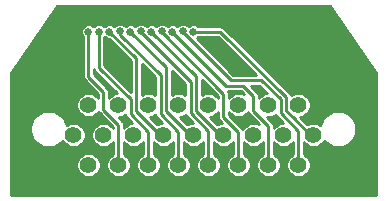
<source format=gbr>
%TF.GenerationSoftware,KiCad,Pcbnew,(5.1.10)-1*%
%TF.CreationDate,2021-10-07T14:53:58-07:00*%
%TF.ProjectId,RC_Filter_Dsub,52435f46-696c-4746-9572-5f447375622e,1*%
%TF.SameCoordinates,Original*%
%TF.FileFunction,Copper,L2,Bot*%
%TF.FilePolarity,Positive*%
%FSLAX46Y46*%
G04 Gerber Fmt 4.6, Leading zero omitted, Abs format (unit mm)*
G04 Created by KiCad (PCBNEW (5.1.10)-1) date 2021-10-07 14:53:58*
%MOMM*%
%LPD*%
G01*
G04 APERTURE LIST*
%TA.AperFunction,ComponentPad*%
%ADD10C,1.397000*%
%TD*%
%TA.AperFunction,ViaPad*%
%ADD11C,0.635000*%
%TD*%
%TA.AperFunction,Conductor*%
%ADD12C,0.254000*%
%TD*%
%TA.AperFunction,Conductor*%
%ADD13C,0.250000*%
%TD*%
%TA.AperFunction,NonConductor*%
%ADD14C,0.254000*%
%TD*%
%TA.AperFunction,NonConductor*%
%ADD15C,0.100000*%
%TD*%
G04 APERTURE END LIST*
D10*
%TO.P,J1,25*%
%TO.N,Net-(J1-Pad25)*%
X153670000Y-117094000D03*
%TO.P,J1,23*%
%TO.N,Net-(J1-Pad23)*%
X151130000Y-117094000D03*
%TO.P,J1,21*%
%TO.N,Net-(J1-Pad21)*%
X148590000Y-117094000D03*
%TO.P,J1,20*%
%TO.N,Net-(J1-Pad20)*%
X146050000Y-117094000D03*
%TO.P,J1,19*%
%TO.N,Net-(J1-Pad19)*%
X143510000Y-117094000D03*
%TO.P,J1,18*%
%TO.N,Net-(J1-Pad18)*%
X140970000Y-117094000D03*
%TO.P,J1,16*%
%TO.N,Net-(J1-Pad16)*%
X138430000Y-117094000D03*
%TO.P,J1,14*%
%TO.N,Net-(J1-Pad14)*%
X135890000Y-117094000D03*
%TO.P,J1,13*%
%TO.N,Net-(J1-Pad13)*%
X154940000Y-119634000D03*
%TO.P,J1,24*%
%TO.N,Net-(J1-Pad24)*%
X152400000Y-119634000D03*
%TO.P,J1,22*%
%TO.N,Net-(J1-Pad22)*%
X149860000Y-119634000D03*
%TO.P,J1,9*%
%TO.N,Net-(J1-Pad9)*%
X147320000Y-119634000D03*
%TO.P,J1,7*%
%TO.N,Net-(J1-Pad7)*%
X144780000Y-119634000D03*
%TO.P,J1,5*%
%TO.N,Net-(J1-Pad5)*%
X142240000Y-119634000D03*
%TO.P,J1,17*%
%TO.N,Net-(J1-Pad17)*%
X139700000Y-119634000D03*
%TO.P,J1,15*%
%TO.N,Net-(J1-Pad15)*%
X137160000Y-119634000D03*
%TO.P,J1,1*%
%TO.N,Net-(J1-Pad1)*%
X134620000Y-119634000D03*
%TO.P,J1,12*%
%TO.N,Net-(J1-Pad12)*%
X153670000Y-122174000D03*
%TO.P,J1,11*%
%TO.N,Net-(J1-Pad11)*%
X151130000Y-122174000D03*
%TO.P,J1,10*%
%TO.N,Net-(J1-Pad10)*%
X148590000Y-122174000D03*
%TO.P,J1,8*%
%TO.N,Net-(J1-Pad8)*%
X146050000Y-122174000D03*
%TO.P,J1,6*%
%TO.N,Net-(J1-Pad6)*%
X143510000Y-122174000D03*
%TO.P,J1,4*%
%TO.N,Net-(J1-Pad4)*%
X140970000Y-122174000D03*
%TO.P,J1,3*%
%TO.N,Net-(J1-Pad3)*%
X138430000Y-122174000D03*
%TO.P,J1,2*%
%TO.N,Net-(J1-Pad2)*%
X135890000Y-122174000D03*
%TD*%
D11*
%TO.N,Net-(J1-Pad3)*%
X135890000Y-110871000D03*
%TO.N,Net-(J1-Pad4)*%
X136779000Y-110871000D03*
%TO.N,Net-(J1-Pad6)*%
X138568231Y-110859769D03*
%TO.N,Net-(J1-Pad8)*%
X140346231Y-110859769D03*
%TO.N,Net-(J1-Pad10)*%
X142124231Y-110859769D03*
%TO.N,Net-(J1-Pad11)*%
X143002000Y-110871000D03*
%TO.N,Net-(J1-Pad12)*%
X143902231Y-110859769D03*
%TO.N,Net-(J1-Pad5)*%
X137668000Y-110871000D03*
%TO.N,Net-(J1-Pad7)*%
X139446000Y-110871000D03*
%TO.N,Net-(J1-Pad9)*%
X141224000Y-110871000D03*
%TO.N,Net-(J1-Pad13)*%
X144780000Y-110871000D03*
%TD*%
D12*
%TO.N,Net-(J1-Pad3)*%
X137160000Y-117475000D02*
X138430000Y-118745000D01*
X138430000Y-118745000D02*
X138430000Y-122174000D01*
X135890000Y-110871000D02*
X135890000Y-114681000D01*
X137160000Y-115951000D02*
X137160000Y-117475000D01*
X135890000Y-114681000D02*
X137160000Y-115951000D01*
%TO.N,Net-(J1-Pad4)*%
X140970000Y-119386258D02*
X140970000Y-122174000D01*
X139455501Y-117871759D02*
X140970000Y-119386258D01*
X139455501Y-116601759D02*
X139455501Y-117871759D01*
X136779000Y-113925258D02*
X139455501Y-116601759D01*
X136779000Y-110871000D02*
X136779000Y-113925258D01*
%TO.N,Net-(J1-Pad6)*%
X143510000Y-119386258D02*
X143510000Y-122174000D01*
X141995501Y-117871759D02*
X143510000Y-119386258D01*
X141995501Y-114556435D02*
X141995501Y-117871759D01*
X138568231Y-111129165D02*
X141995501Y-114556435D01*
X138568231Y-110859769D02*
X138568231Y-111129165D01*
%TO.N,Net-(J1-Pad8)*%
X140346231Y-110947093D02*
X140346231Y-110859769D01*
X144535501Y-115136363D02*
X140346231Y-110947093D01*
X144535501Y-117739309D02*
X144535501Y-115136363D01*
X146050000Y-119253808D02*
X144535501Y-117739309D01*
X146050000Y-122174000D02*
X146050000Y-119253808D01*
%TO.N,Net-(J1-Pad10)*%
X148590000Y-119386258D02*
X148590000Y-122174000D01*
X147320000Y-118116258D02*
X148590000Y-119386258D01*
X147320000Y-116142862D02*
X147320000Y-116840000D01*
X142124231Y-110947093D02*
X147320000Y-116142862D01*
X142124231Y-110859769D02*
X142124231Y-110947093D01*
X147320000Y-116840000D02*
X147320000Y-118116258D01*
%TO.N,Net-(J1-Pad11)*%
X149860000Y-116332000D02*
X149860000Y-117602000D01*
X151130000Y-118872000D02*
X151130000Y-122174000D01*
X149860000Y-117602000D02*
X151130000Y-118872000D01*
X143002000Y-110871000D02*
X147574000Y-115443000D01*
X148971000Y-115443000D02*
X149860000Y-116332000D01*
X147574000Y-115443000D02*
X148971000Y-115443000D01*
%TO.N,Net-(J1-Pad12)*%
X143902231Y-110947093D02*
X147944128Y-114988990D01*
X143902231Y-110859769D02*
X143902231Y-110947093D01*
X150542732Y-114988990D02*
X152155501Y-116601759D01*
X147944128Y-114988990D02*
X150542732Y-114988990D01*
X152155501Y-116601759D02*
X152155501Y-117745567D01*
X153670000Y-119260066D02*
X153670000Y-122174000D01*
X152155501Y-117745567D02*
X153670000Y-119260066D01*
D13*
%TO.N,Net-(J1-Pad5)*%
X141995218Y-119634000D02*
X142240000Y-119634000D01*
D12*
X141992258Y-119634000D02*
X142240000Y-119634000D01*
X139944499Y-113147499D02*
X139944499Y-117586241D01*
X139944499Y-117586241D02*
X141992258Y-119634000D01*
X137668000Y-110871000D02*
X139944499Y-113147499D01*
%TO.N,Net-(J1-Pad7)*%
X144532258Y-119634000D02*
X144780000Y-119634000D01*
X142484499Y-117586241D02*
X144532258Y-119634000D01*
X142484499Y-113909499D02*
X142484499Y-117586241D01*
X139446000Y-110871000D02*
X142484499Y-113909499D01*
D13*
%TO.N,Net-(J1-Pad9)*%
X147523511Y-119430489D02*
X147320000Y-119634000D01*
D12*
X147072258Y-119634000D02*
X147320000Y-119634000D01*
X145024499Y-117586241D02*
X147072258Y-119634000D01*
X145024499Y-114671499D02*
X145024499Y-117586241D01*
X141224000Y-110871000D02*
X145024499Y-114671499D01*
%TO.N,Net-(J1-Pad13)*%
X154940000Y-119626934D02*
X154940000Y-119634000D01*
X152644499Y-116448691D02*
X152644499Y-117586241D01*
X147066808Y-110871000D02*
X152644499Y-116448691D01*
X144780000Y-110871000D02*
X147066808Y-110871000D01*
X153177759Y-118119501D02*
X153177759Y-118125759D01*
X152644499Y-117586241D02*
X153177759Y-118119501D01*
X154686000Y-119634000D02*
X154940000Y-119634000D01*
X153177759Y-118125759D02*
X154686000Y-119634000D01*
%TD*%
D14*
X160249001Y-114387500D02*
X160249000Y-124689000D01*
X129311000Y-124689000D01*
X129311000Y-122072997D01*
X134864500Y-122072997D01*
X134864500Y-122275003D01*
X134903909Y-122473127D01*
X134981214Y-122659756D01*
X135093442Y-122827718D01*
X135236282Y-122970558D01*
X135404244Y-123082786D01*
X135590873Y-123160091D01*
X135788997Y-123199500D01*
X135991003Y-123199500D01*
X136189127Y-123160091D01*
X136375756Y-123082786D01*
X136543718Y-122970558D01*
X136686558Y-122827718D01*
X136798786Y-122659756D01*
X136876091Y-122473127D01*
X136915500Y-122275003D01*
X136915500Y-122072997D01*
X136876091Y-121874873D01*
X136798786Y-121688244D01*
X136686558Y-121520282D01*
X136543718Y-121377442D01*
X136375756Y-121265214D01*
X136189127Y-121187909D01*
X135991003Y-121148500D01*
X135788997Y-121148500D01*
X135590873Y-121187909D01*
X135404244Y-121265214D01*
X135236282Y-121377442D01*
X135093442Y-121520282D01*
X134981214Y-121688244D01*
X134903909Y-121874873D01*
X134864500Y-122072997D01*
X129311000Y-122072997D01*
X129311000Y-118973713D01*
X130978300Y-118973713D01*
X130978300Y-119278287D01*
X131037720Y-119577010D01*
X131154276Y-119858400D01*
X131323488Y-120111645D01*
X131538855Y-120327012D01*
X131792100Y-120496224D01*
X132073490Y-120612780D01*
X132372213Y-120672200D01*
X132676787Y-120672200D01*
X132975510Y-120612780D01*
X133256900Y-120496224D01*
X133510145Y-120327012D01*
X133713692Y-120123465D01*
X133823442Y-120287718D01*
X133966282Y-120430558D01*
X134134244Y-120542786D01*
X134320873Y-120620091D01*
X134518997Y-120659500D01*
X134721003Y-120659500D01*
X134919127Y-120620091D01*
X135105756Y-120542786D01*
X135273718Y-120430558D01*
X135416558Y-120287718D01*
X135528786Y-120119756D01*
X135606091Y-119933127D01*
X135645500Y-119735003D01*
X135645500Y-119532997D01*
X135606091Y-119334873D01*
X135528786Y-119148244D01*
X135416558Y-118980282D01*
X135273718Y-118837442D01*
X135105756Y-118725214D01*
X134919127Y-118647909D01*
X134721003Y-118608500D01*
X134518997Y-118608500D01*
X134320873Y-118647909D01*
X134134244Y-118725214D01*
X134034524Y-118791844D01*
X134011280Y-118674990D01*
X133894724Y-118393600D01*
X133725512Y-118140355D01*
X133510145Y-117924988D01*
X133256900Y-117755776D01*
X132975510Y-117639220D01*
X132676787Y-117579800D01*
X132372213Y-117579800D01*
X132073490Y-117639220D01*
X131792100Y-117755776D01*
X131538855Y-117924988D01*
X131323488Y-118140355D01*
X131154276Y-118393600D01*
X131037720Y-118674990D01*
X130978300Y-118973713D01*
X129311000Y-118973713D01*
X129311000Y-116992997D01*
X134864500Y-116992997D01*
X134864500Y-117195003D01*
X134903909Y-117393127D01*
X134981214Y-117579756D01*
X135093442Y-117747718D01*
X135236282Y-117890558D01*
X135404244Y-118002786D01*
X135590873Y-118080091D01*
X135788997Y-118119500D01*
X135991003Y-118119500D01*
X136189127Y-118080091D01*
X136375756Y-118002786D01*
X136543718Y-117890558D01*
X136686558Y-117747718D01*
X136744576Y-117660888D01*
X136748820Y-117668828D01*
X136780688Y-117728449D01*
X136795459Y-117746447D01*
X136822558Y-117779467D01*
X136837422Y-117797579D01*
X136854738Y-117811790D01*
X137976000Y-118933053D01*
X137976000Y-119009379D01*
X137956558Y-118980282D01*
X137813718Y-118837442D01*
X137645756Y-118725214D01*
X137459127Y-118647909D01*
X137261003Y-118608500D01*
X137058997Y-118608500D01*
X136860873Y-118647909D01*
X136674244Y-118725214D01*
X136506282Y-118837442D01*
X136363442Y-118980282D01*
X136251214Y-119148244D01*
X136173909Y-119334873D01*
X136134500Y-119532997D01*
X136134500Y-119735003D01*
X136173909Y-119933127D01*
X136251214Y-120119756D01*
X136363442Y-120287718D01*
X136506282Y-120430558D01*
X136674244Y-120542786D01*
X136860873Y-120620091D01*
X137058997Y-120659500D01*
X137261003Y-120659500D01*
X137459127Y-120620091D01*
X137645756Y-120542786D01*
X137813718Y-120430558D01*
X137956558Y-120287718D01*
X137976000Y-120258620D01*
X137976001Y-121252060D01*
X137944244Y-121265214D01*
X137776282Y-121377442D01*
X137633442Y-121520282D01*
X137521214Y-121688244D01*
X137443909Y-121874873D01*
X137404500Y-122072997D01*
X137404500Y-122275003D01*
X137443909Y-122473127D01*
X137521214Y-122659756D01*
X137633442Y-122827718D01*
X137776282Y-122970558D01*
X137944244Y-123082786D01*
X138130873Y-123160091D01*
X138328997Y-123199500D01*
X138531003Y-123199500D01*
X138729127Y-123160091D01*
X138915756Y-123082786D01*
X139083718Y-122970558D01*
X139226558Y-122827718D01*
X139338786Y-122659756D01*
X139416091Y-122473127D01*
X139455500Y-122275003D01*
X139455500Y-122072997D01*
X139416091Y-121874873D01*
X139338786Y-121688244D01*
X139226558Y-121520282D01*
X139083718Y-121377442D01*
X138915756Y-121265214D01*
X138884000Y-121252060D01*
X138884000Y-120258621D01*
X138903442Y-120287718D01*
X139046282Y-120430558D01*
X139214244Y-120542786D01*
X139400873Y-120620091D01*
X139598997Y-120659500D01*
X139801003Y-120659500D01*
X139999127Y-120620091D01*
X140185756Y-120542786D01*
X140353718Y-120430558D01*
X140496558Y-120287718D01*
X140516000Y-120258620D01*
X140516001Y-121252060D01*
X140484244Y-121265214D01*
X140316282Y-121377442D01*
X140173442Y-121520282D01*
X140061214Y-121688244D01*
X139983909Y-121874873D01*
X139944500Y-122072997D01*
X139944500Y-122275003D01*
X139983909Y-122473127D01*
X140061214Y-122659756D01*
X140173442Y-122827718D01*
X140316282Y-122970558D01*
X140484244Y-123082786D01*
X140670873Y-123160091D01*
X140868997Y-123199500D01*
X141071003Y-123199500D01*
X141269127Y-123160091D01*
X141455756Y-123082786D01*
X141623718Y-122970558D01*
X141766558Y-122827718D01*
X141878786Y-122659756D01*
X141956091Y-122473127D01*
X141995500Y-122275003D01*
X141995500Y-122072997D01*
X141956091Y-121874873D01*
X141878786Y-121688244D01*
X141766558Y-121520282D01*
X141623718Y-121377442D01*
X141455756Y-121265214D01*
X141424000Y-121252060D01*
X141424000Y-120258621D01*
X141443442Y-120287718D01*
X141586282Y-120430558D01*
X141754244Y-120542786D01*
X141940873Y-120620091D01*
X142138997Y-120659500D01*
X142341003Y-120659500D01*
X142539127Y-120620091D01*
X142725756Y-120542786D01*
X142893718Y-120430558D01*
X143036558Y-120287718D01*
X143056000Y-120258620D01*
X143056001Y-121252060D01*
X143024244Y-121265214D01*
X142856282Y-121377442D01*
X142713442Y-121520282D01*
X142601214Y-121688244D01*
X142523909Y-121874873D01*
X142484500Y-122072997D01*
X142484500Y-122275003D01*
X142523909Y-122473127D01*
X142601214Y-122659756D01*
X142713442Y-122827718D01*
X142856282Y-122970558D01*
X143024244Y-123082786D01*
X143210873Y-123160091D01*
X143408997Y-123199500D01*
X143611003Y-123199500D01*
X143809127Y-123160091D01*
X143995756Y-123082786D01*
X144163718Y-122970558D01*
X144306558Y-122827718D01*
X144418786Y-122659756D01*
X144496091Y-122473127D01*
X144535500Y-122275003D01*
X144535500Y-122072997D01*
X144496091Y-121874873D01*
X144418786Y-121688244D01*
X144306558Y-121520282D01*
X144163718Y-121377442D01*
X143995756Y-121265214D01*
X143964000Y-121252060D01*
X143964000Y-120258621D01*
X143983442Y-120287718D01*
X144126282Y-120430558D01*
X144294244Y-120542786D01*
X144480873Y-120620091D01*
X144678997Y-120659500D01*
X144881003Y-120659500D01*
X145079127Y-120620091D01*
X145265756Y-120542786D01*
X145433718Y-120430558D01*
X145576558Y-120287718D01*
X145596001Y-120258620D01*
X145596000Y-121252060D01*
X145564244Y-121265214D01*
X145396282Y-121377442D01*
X145253442Y-121520282D01*
X145141214Y-121688244D01*
X145063909Y-121874873D01*
X145024500Y-122072997D01*
X145024500Y-122275003D01*
X145063909Y-122473127D01*
X145141214Y-122659756D01*
X145253442Y-122827718D01*
X145396282Y-122970558D01*
X145564244Y-123082786D01*
X145750873Y-123160091D01*
X145948997Y-123199500D01*
X146151003Y-123199500D01*
X146349127Y-123160091D01*
X146535756Y-123082786D01*
X146703718Y-122970558D01*
X146846558Y-122827718D01*
X146958786Y-122659756D01*
X147036091Y-122473127D01*
X147075500Y-122275003D01*
X147075500Y-122072997D01*
X147036091Y-121874873D01*
X146958786Y-121688244D01*
X146846558Y-121520282D01*
X146703718Y-121377442D01*
X146535756Y-121265214D01*
X146504000Y-121252060D01*
X146504000Y-120258621D01*
X146523442Y-120287718D01*
X146666282Y-120430558D01*
X146834244Y-120542786D01*
X147020873Y-120620091D01*
X147218997Y-120659500D01*
X147421003Y-120659500D01*
X147619127Y-120620091D01*
X147805756Y-120542786D01*
X147973718Y-120430558D01*
X148116558Y-120287718D01*
X148136000Y-120258620D01*
X148136001Y-121252060D01*
X148104244Y-121265214D01*
X147936282Y-121377442D01*
X147793442Y-121520282D01*
X147681214Y-121688244D01*
X147603909Y-121874873D01*
X147564500Y-122072997D01*
X147564500Y-122275003D01*
X147603909Y-122473127D01*
X147681214Y-122659756D01*
X147793442Y-122827718D01*
X147936282Y-122970558D01*
X148104244Y-123082786D01*
X148290873Y-123160091D01*
X148488997Y-123199500D01*
X148691003Y-123199500D01*
X148889127Y-123160091D01*
X149075756Y-123082786D01*
X149243718Y-122970558D01*
X149386558Y-122827718D01*
X149498786Y-122659756D01*
X149576091Y-122473127D01*
X149615500Y-122275003D01*
X149615500Y-122072997D01*
X149576091Y-121874873D01*
X149498786Y-121688244D01*
X149386558Y-121520282D01*
X149243718Y-121377442D01*
X149075756Y-121265214D01*
X149044000Y-121252060D01*
X149044000Y-120258621D01*
X149063442Y-120287718D01*
X149206282Y-120430558D01*
X149374244Y-120542786D01*
X149560873Y-120620091D01*
X149758997Y-120659500D01*
X149961003Y-120659500D01*
X150159127Y-120620091D01*
X150345756Y-120542786D01*
X150513718Y-120430558D01*
X150656558Y-120287718D01*
X150676000Y-120258620D01*
X150676001Y-121252060D01*
X150644244Y-121265214D01*
X150476282Y-121377442D01*
X150333442Y-121520282D01*
X150221214Y-121688244D01*
X150143909Y-121874873D01*
X150104500Y-122072997D01*
X150104500Y-122275003D01*
X150143909Y-122473127D01*
X150221214Y-122659756D01*
X150333442Y-122827718D01*
X150476282Y-122970558D01*
X150644244Y-123082786D01*
X150830873Y-123160091D01*
X151028997Y-123199500D01*
X151231003Y-123199500D01*
X151429127Y-123160091D01*
X151615756Y-123082786D01*
X151783718Y-122970558D01*
X151926558Y-122827718D01*
X152038786Y-122659756D01*
X152116091Y-122473127D01*
X152155500Y-122275003D01*
X152155500Y-122072997D01*
X152116091Y-121874873D01*
X152038786Y-121688244D01*
X151926558Y-121520282D01*
X151783718Y-121377442D01*
X151615756Y-121265214D01*
X151584000Y-121252060D01*
X151584000Y-120258621D01*
X151603442Y-120287718D01*
X151746282Y-120430558D01*
X151914244Y-120542786D01*
X152100873Y-120620091D01*
X152298997Y-120659500D01*
X152501003Y-120659500D01*
X152699127Y-120620091D01*
X152885756Y-120542786D01*
X153053718Y-120430558D01*
X153196558Y-120287718D01*
X153216000Y-120258620D01*
X153216001Y-121252060D01*
X153184244Y-121265214D01*
X153016282Y-121377442D01*
X152873442Y-121520282D01*
X152761214Y-121688244D01*
X152683909Y-121874873D01*
X152644500Y-122072997D01*
X152644500Y-122275003D01*
X152683909Y-122473127D01*
X152761214Y-122659756D01*
X152873442Y-122827718D01*
X153016282Y-122970558D01*
X153184244Y-123082786D01*
X153370873Y-123160091D01*
X153568997Y-123199500D01*
X153771003Y-123199500D01*
X153969127Y-123160091D01*
X154155756Y-123082786D01*
X154323718Y-122970558D01*
X154466558Y-122827718D01*
X154578786Y-122659756D01*
X154656091Y-122473127D01*
X154695500Y-122275003D01*
X154695500Y-122072997D01*
X154656091Y-121874873D01*
X154578786Y-121688244D01*
X154466558Y-121520282D01*
X154323718Y-121377442D01*
X154155756Y-121265214D01*
X154124000Y-121252060D01*
X154124000Y-120258621D01*
X154143442Y-120287718D01*
X154286282Y-120430558D01*
X154454244Y-120542786D01*
X154640873Y-120620091D01*
X154838997Y-120659500D01*
X155041003Y-120659500D01*
X155239127Y-120620091D01*
X155425756Y-120542786D01*
X155593718Y-120430558D01*
X155736558Y-120287718D01*
X155846308Y-120123465D01*
X156049855Y-120327012D01*
X156303100Y-120496224D01*
X156584490Y-120612780D01*
X156883213Y-120672200D01*
X157187787Y-120672200D01*
X157486510Y-120612780D01*
X157767900Y-120496224D01*
X158021145Y-120327012D01*
X158236512Y-120111645D01*
X158405724Y-119858400D01*
X158522280Y-119577010D01*
X158581700Y-119278287D01*
X158581700Y-118973713D01*
X158522280Y-118674990D01*
X158405724Y-118393600D01*
X158236512Y-118140355D01*
X158021145Y-117924988D01*
X157767900Y-117755776D01*
X157486510Y-117639220D01*
X157187787Y-117579800D01*
X156883213Y-117579800D01*
X156584490Y-117639220D01*
X156303100Y-117755776D01*
X156049855Y-117924988D01*
X155834488Y-118140355D01*
X155665276Y-118393600D01*
X155548720Y-118674990D01*
X155525476Y-118791844D01*
X155425756Y-118725214D01*
X155239127Y-118647909D01*
X155041003Y-118608500D01*
X154838997Y-118608500D01*
X154640873Y-118647909D01*
X154454244Y-118725214D01*
X154433277Y-118739224D01*
X153806493Y-118112441D01*
X153969127Y-118080091D01*
X154155756Y-118002786D01*
X154323718Y-117890558D01*
X154466558Y-117747718D01*
X154578786Y-117579756D01*
X154656091Y-117393127D01*
X154695500Y-117195003D01*
X154695500Y-116992997D01*
X154656091Y-116794873D01*
X154578786Y-116608244D01*
X154466558Y-116440282D01*
X154323718Y-116297442D01*
X154155756Y-116185214D01*
X153969127Y-116107909D01*
X153771003Y-116068500D01*
X153568997Y-116068500D01*
X153370873Y-116107909D01*
X153184244Y-116185214D01*
X153062082Y-116266840D01*
X153038353Y-116222446D01*
X153023812Y-116195242D01*
X152967078Y-116126112D01*
X152949763Y-116111902D01*
X147403603Y-110565743D01*
X147389387Y-110548421D01*
X147320257Y-110491687D01*
X147241387Y-110449530D01*
X147155807Y-110423570D01*
X147089103Y-110417000D01*
X147089096Y-110417000D01*
X147066808Y-110414805D01*
X147044520Y-110417000D01*
X145237460Y-110417000D01*
X145190845Y-110370385D01*
X145085285Y-110299852D01*
X144967994Y-110251268D01*
X144843478Y-110226500D01*
X144716522Y-110226500D01*
X144592006Y-110251268D01*
X144474715Y-110299852D01*
X144369155Y-110370385D01*
X144346731Y-110392809D01*
X144313076Y-110359154D01*
X144207516Y-110288621D01*
X144090225Y-110240037D01*
X143965709Y-110215269D01*
X143838753Y-110215269D01*
X143714237Y-110240037D01*
X143596946Y-110288621D01*
X143491386Y-110359154D01*
X143446500Y-110404040D01*
X143412845Y-110370385D01*
X143307285Y-110299852D01*
X143189994Y-110251268D01*
X143065478Y-110226500D01*
X142938522Y-110226500D01*
X142814006Y-110251268D01*
X142696715Y-110299852D01*
X142591155Y-110370385D01*
X142568731Y-110392809D01*
X142535076Y-110359154D01*
X142429516Y-110288621D01*
X142312225Y-110240037D01*
X142187709Y-110215269D01*
X142060753Y-110215269D01*
X141936237Y-110240037D01*
X141818946Y-110288621D01*
X141713386Y-110359154D01*
X141668500Y-110404040D01*
X141634845Y-110370385D01*
X141529285Y-110299852D01*
X141411994Y-110251268D01*
X141287478Y-110226500D01*
X141160522Y-110226500D01*
X141036006Y-110251268D01*
X140918715Y-110299852D01*
X140813155Y-110370385D01*
X140790731Y-110392809D01*
X140757076Y-110359154D01*
X140651516Y-110288621D01*
X140534225Y-110240037D01*
X140409709Y-110215269D01*
X140282753Y-110215269D01*
X140158237Y-110240037D01*
X140040946Y-110288621D01*
X139935386Y-110359154D01*
X139890500Y-110404040D01*
X139856845Y-110370385D01*
X139751285Y-110299852D01*
X139633994Y-110251268D01*
X139509478Y-110226500D01*
X139382522Y-110226500D01*
X139258006Y-110251268D01*
X139140715Y-110299852D01*
X139035155Y-110370385D01*
X139012731Y-110392809D01*
X138979076Y-110359154D01*
X138873516Y-110288621D01*
X138756225Y-110240037D01*
X138631709Y-110215269D01*
X138504753Y-110215269D01*
X138380237Y-110240037D01*
X138262946Y-110288621D01*
X138157386Y-110359154D01*
X138112500Y-110404040D01*
X138078845Y-110370385D01*
X137973285Y-110299852D01*
X137855994Y-110251268D01*
X137731478Y-110226500D01*
X137604522Y-110226500D01*
X137480006Y-110251268D01*
X137362715Y-110299852D01*
X137257155Y-110370385D01*
X137223500Y-110404040D01*
X137189845Y-110370385D01*
X137084285Y-110299852D01*
X136966994Y-110251268D01*
X136842478Y-110226500D01*
X136715522Y-110226500D01*
X136591006Y-110251268D01*
X136473715Y-110299852D01*
X136368155Y-110370385D01*
X136334500Y-110404040D01*
X136300845Y-110370385D01*
X136195285Y-110299852D01*
X136077994Y-110251268D01*
X135953478Y-110226500D01*
X135826522Y-110226500D01*
X135702006Y-110251268D01*
X135584715Y-110299852D01*
X135479155Y-110370385D01*
X135389385Y-110460155D01*
X135318852Y-110565715D01*
X135270268Y-110683006D01*
X135245500Y-110807522D01*
X135245500Y-110934478D01*
X135270268Y-111058994D01*
X135318852Y-111176285D01*
X135389385Y-111281845D01*
X135436000Y-111328460D01*
X135436001Y-114658702D01*
X135433805Y-114681000D01*
X135442570Y-114769999D01*
X135468530Y-114855578D01*
X135468531Y-114855579D01*
X135510688Y-114934449D01*
X135567422Y-115003579D01*
X135584738Y-115017790D01*
X136706000Y-116139053D01*
X136706000Y-116469380D01*
X136686558Y-116440282D01*
X136543718Y-116297442D01*
X136375756Y-116185214D01*
X136189127Y-116107909D01*
X135991003Y-116068500D01*
X135788997Y-116068500D01*
X135590873Y-116107909D01*
X135404244Y-116185214D01*
X135236282Y-116297442D01*
X135093442Y-116440282D01*
X134981214Y-116608244D01*
X134903909Y-116794873D01*
X134864500Y-116992997D01*
X129311000Y-116992997D01*
X129311000Y-114387498D01*
X133241782Y-108737000D01*
X156318220Y-108737000D01*
X160249001Y-114387500D01*
%TA.AperFunction,NonConductor*%
D15*
G36*
X160249001Y-114387500D02*
G01*
X160249000Y-124689000D01*
X129311000Y-124689000D01*
X129311000Y-122072997D01*
X134864500Y-122072997D01*
X134864500Y-122275003D01*
X134903909Y-122473127D01*
X134981214Y-122659756D01*
X135093442Y-122827718D01*
X135236282Y-122970558D01*
X135404244Y-123082786D01*
X135590873Y-123160091D01*
X135788997Y-123199500D01*
X135991003Y-123199500D01*
X136189127Y-123160091D01*
X136375756Y-123082786D01*
X136543718Y-122970558D01*
X136686558Y-122827718D01*
X136798786Y-122659756D01*
X136876091Y-122473127D01*
X136915500Y-122275003D01*
X136915500Y-122072997D01*
X136876091Y-121874873D01*
X136798786Y-121688244D01*
X136686558Y-121520282D01*
X136543718Y-121377442D01*
X136375756Y-121265214D01*
X136189127Y-121187909D01*
X135991003Y-121148500D01*
X135788997Y-121148500D01*
X135590873Y-121187909D01*
X135404244Y-121265214D01*
X135236282Y-121377442D01*
X135093442Y-121520282D01*
X134981214Y-121688244D01*
X134903909Y-121874873D01*
X134864500Y-122072997D01*
X129311000Y-122072997D01*
X129311000Y-118973713D01*
X130978300Y-118973713D01*
X130978300Y-119278287D01*
X131037720Y-119577010D01*
X131154276Y-119858400D01*
X131323488Y-120111645D01*
X131538855Y-120327012D01*
X131792100Y-120496224D01*
X132073490Y-120612780D01*
X132372213Y-120672200D01*
X132676787Y-120672200D01*
X132975510Y-120612780D01*
X133256900Y-120496224D01*
X133510145Y-120327012D01*
X133713692Y-120123465D01*
X133823442Y-120287718D01*
X133966282Y-120430558D01*
X134134244Y-120542786D01*
X134320873Y-120620091D01*
X134518997Y-120659500D01*
X134721003Y-120659500D01*
X134919127Y-120620091D01*
X135105756Y-120542786D01*
X135273718Y-120430558D01*
X135416558Y-120287718D01*
X135528786Y-120119756D01*
X135606091Y-119933127D01*
X135645500Y-119735003D01*
X135645500Y-119532997D01*
X135606091Y-119334873D01*
X135528786Y-119148244D01*
X135416558Y-118980282D01*
X135273718Y-118837442D01*
X135105756Y-118725214D01*
X134919127Y-118647909D01*
X134721003Y-118608500D01*
X134518997Y-118608500D01*
X134320873Y-118647909D01*
X134134244Y-118725214D01*
X134034524Y-118791844D01*
X134011280Y-118674990D01*
X133894724Y-118393600D01*
X133725512Y-118140355D01*
X133510145Y-117924988D01*
X133256900Y-117755776D01*
X132975510Y-117639220D01*
X132676787Y-117579800D01*
X132372213Y-117579800D01*
X132073490Y-117639220D01*
X131792100Y-117755776D01*
X131538855Y-117924988D01*
X131323488Y-118140355D01*
X131154276Y-118393600D01*
X131037720Y-118674990D01*
X130978300Y-118973713D01*
X129311000Y-118973713D01*
X129311000Y-116992997D01*
X134864500Y-116992997D01*
X134864500Y-117195003D01*
X134903909Y-117393127D01*
X134981214Y-117579756D01*
X135093442Y-117747718D01*
X135236282Y-117890558D01*
X135404244Y-118002786D01*
X135590873Y-118080091D01*
X135788997Y-118119500D01*
X135991003Y-118119500D01*
X136189127Y-118080091D01*
X136375756Y-118002786D01*
X136543718Y-117890558D01*
X136686558Y-117747718D01*
X136744576Y-117660888D01*
X136748820Y-117668828D01*
X136780688Y-117728449D01*
X136795459Y-117746447D01*
X136822558Y-117779467D01*
X136837422Y-117797579D01*
X136854738Y-117811790D01*
X137976000Y-118933053D01*
X137976000Y-119009379D01*
X137956558Y-118980282D01*
X137813718Y-118837442D01*
X137645756Y-118725214D01*
X137459127Y-118647909D01*
X137261003Y-118608500D01*
X137058997Y-118608500D01*
X136860873Y-118647909D01*
X136674244Y-118725214D01*
X136506282Y-118837442D01*
X136363442Y-118980282D01*
X136251214Y-119148244D01*
X136173909Y-119334873D01*
X136134500Y-119532997D01*
X136134500Y-119735003D01*
X136173909Y-119933127D01*
X136251214Y-120119756D01*
X136363442Y-120287718D01*
X136506282Y-120430558D01*
X136674244Y-120542786D01*
X136860873Y-120620091D01*
X137058997Y-120659500D01*
X137261003Y-120659500D01*
X137459127Y-120620091D01*
X137645756Y-120542786D01*
X137813718Y-120430558D01*
X137956558Y-120287718D01*
X137976000Y-120258620D01*
X137976001Y-121252060D01*
X137944244Y-121265214D01*
X137776282Y-121377442D01*
X137633442Y-121520282D01*
X137521214Y-121688244D01*
X137443909Y-121874873D01*
X137404500Y-122072997D01*
X137404500Y-122275003D01*
X137443909Y-122473127D01*
X137521214Y-122659756D01*
X137633442Y-122827718D01*
X137776282Y-122970558D01*
X137944244Y-123082786D01*
X138130873Y-123160091D01*
X138328997Y-123199500D01*
X138531003Y-123199500D01*
X138729127Y-123160091D01*
X138915756Y-123082786D01*
X139083718Y-122970558D01*
X139226558Y-122827718D01*
X139338786Y-122659756D01*
X139416091Y-122473127D01*
X139455500Y-122275003D01*
X139455500Y-122072997D01*
X139416091Y-121874873D01*
X139338786Y-121688244D01*
X139226558Y-121520282D01*
X139083718Y-121377442D01*
X138915756Y-121265214D01*
X138884000Y-121252060D01*
X138884000Y-120258621D01*
X138903442Y-120287718D01*
X139046282Y-120430558D01*
X139214244Y-120542786D01*
X139400873Y-120620091D01*
X139598997Y-120659500D01*
X139801003Y-120659500D01*
X139999127Y-120620091D01*
X140185756Y-120542786D01*
X140353718Y-120430558D01*
X140496558Y-120287718D01*
X140516000Y-120258620D01*
X140516001Y-121252060D01*
X140484244Y-121265214D01*
X140316282Y-121377442D01*
X140173442Y-121520282D01*
X140061214Y-121688244D01*
X139983909Y-121874873D01*
X139944500Y-122072997D01*
X139944500Y-122275003D01*
X139983909Y-122473127D01*
X140061214Y-122659756D01*
X140173442Y-122827718D01*
X140316282Y-122970558D01*
X140484244Y-123082786D01*
X140670873Y-123160091D01*
X140868997Y-123199500D01*
X141071003Y-123199500D01*
X141269127Y-123160091D01*
X141455756Y-123082786D01*
X141623718Y-122970558D01*
X141766558Y-122827718D01*
X141878786Y-122659756D01*
X141956091Y-122473127D01*
X141995500Y-122275003D01*
X141995500Y-122072997D01*
X141956091Y-121874873D01*
X141878786Y-121688244D01*
X141766558Y-121520282D01*
X141623718Y-121377442D01*
X141455756Y-121265214D01*
X141424000Y-121252060D01*
X141424000Y-120258621D01*
X141443442Y-120287718D01*
X141586282Y-120430558D01*
X141754244Y-120542786D01*
X141940873Y-120620091D01*
X142138997Y-120659500D01*
X142341003Y-120659500D01*
X142539127Y-120620091D01*
X142725756Y-120542786D01*
X142893718Y-120430558D01*
X143036558Y-120287718D01*
X143056000Y-120258620D01*
X143056001Y-121252060D01*
X143024244Y-121265214D01*
X142856282Y-121377442D01*
X142713442Y-121520282D01*
X142601214Y-121688244D01*
X142523909Y-121874873D01*
X142484500Y-122072997D01*
X142484500Y-122275003D01*
X142523909Y-122473127D01*
X142601214Y-122659756D01*
X142713442Y-122827718D01*
X142856282Y-122970558D01*
X143024244Y-123082786D01*
X143210873Y-123160091D01*
X143408997Y-123199500D01*
X143611003Y-123199500D01*
X143809127Y-123160091D01*
X143995756Y-123082786D01*
X144163718Y-122970558D01*
X144306558Y-122827718D01*
X144418786Y-122659756D01*
X144496091Y-122473127D01*
X144535500Y-122275003D01*
X144535500Y-122072997D01*
X144496091Y-121874873D01*
X144418786Y-121688244D01*
X144306558Y-121520282D01*
X144163718Y-121377442D01*
X143995756Y-121265214D01*
X143964000Y-121252060D01*
X143964000Y-120258621D01*
X143983442Y-120287718D01*
X144126282Y-120430558D01*
X144294244Y-120542786D01*
X144480873Y-120620091D01*
X144678997Y-120659500D01*
X144881003Y-120659500D01*
X145079127Y-120620091D01*
X145265756Y-120542786D01*
X145433718Y-120430558D01*
X145576558Y-120287718D01*
X145596001Y-120258620D01*
X145596000Y-121252060D01*
X145564244Y-121265214D01*
X145396282Y-121377442D01*
X145253442Y-121520282D01*
X145141214Y-121688244D01*
X145063909Y-121874873D01*
X145024500Y-122072997D01*
X145024500Y-122275003D01*
X145063909Y-122473127D01*
X145141214Y-122659756D01*
X145253442Y-122827718D01*
X145396282Y-122970558D01*
X145564244Y-123082786D01*
X145750873Y-123160091D01*
X145948997Y-123199500D01*
X146151003Y-123199500D01*
X146349127Y-123160091D01*
X146535756Y-123082786D01*
X146703718Y-122970558D01*
X146846558Y-122827718D01*
X146958786Y-122659756D01*
X147036091Y-122473127D01*
X147075500Y-122275003D01*
X147075500Y-122072997D01*
X147036091Y-121874873D01*
X146958786Y-121688244D01*
X146846558Y-121520282D01*
X146703718Y-121377442D01*
X146535756Y-121265214D01*
X146504000Y-121252060D01*
X146504000Y-120258621D01*
X146523442Y-120287718D01*
X146666282Y-120430558D01*
X146834244Y-120542786D01*
X147020873Y-120620091D01*
X147218997Y-120659500D01*
X147421003Y-120659500D01*
X147619127Y-120620091D01*
X147805756Y-120542786D01*
X147973718Y-120430558D01*
X148116558Y-120287718D01*
X148136000Y-120258620D01*
X148136001Y-121252060D01*
X148104244Y-121265214D01*
X147936282Y-121377442D01*
X147793442Y-121520282D01*
X147681214Y-121688244D01*
X147603909Y-121874873D01*
X147564500Y-122072997D01*
X147564500Y-122275003D01*
X147603909Y-122473127D01*
X147681214Y-122659756D01*
X147793442Y-122827718D01*
X147936282Y-122970558D01*
X148104244Y-123082786D01*
X148290873Y-123160091D01*
X148488997Y-123199500D01*
X148691003Y-123199500D01*
X148889127Y-123160091D01*
X149075756Y-123082786D01*
X149243718Y-122970558D01*
X149386558Y-122827718D01*
X149498786Y-122659756D01*
X149576091Y-122473127D01*
X149615500Y-122275003D01*
X149615500Y-122072997D01*
X149576091Y-121874873D01*
X149498786Y-121688244D01*
X149386558Y-121520282D01*
X149243718Y-121377442D01*
X149075756Y-121265214D01*
X149044000Y-121252060D01*
X149044000Y-120258621D01*
X149063442Y-120287718D01*
X149206282Y-120430558D01*
X149374244Y-120542786D01*
X149560873Y-120620091D01*
X149758997Y-120659500D01*
X149961003Y-120659500D01*
X150159127Y-120620091D01*
X150345756Y-120542786D01*
X150513718Y-120430558D01*
X150656558Y-120287718D01*
X150676000Y-120258620D01*
X150676001Y-121252060D01*
X150644244Y-121265214D01*
X150476282Y-121377442D01*
X150333442Y-121520282D01*
X150221214Y-121688244D01*
X150143909Y-121874873D01*
X150104500Y-122072997D01*
X150104500Y-122275003D01*
X150143909Y-122473127D01*
X150221214Y-122659756D01*
X150333442Y-122827718D01*
X150476282Y-122970558D01*
X150644244Y-123082786D01*
X150830873Y-123160091D01*
X151028997Y-123199500D01*
X151231003Y-123199500D01*
X151429127Y-123160091D01*
X151615756Y-123082786D01*
X151783718Y-122970558D01*
X151926558Y-122827718D01*
X152038786Y-122659756D01*
X152116091Y-122473127D01*
X152155500Y-122275003D01*
X152155500Y-122072997D01*
X152116091Y-121874873D01*
X152038786Y-121688244D01*
X151926558Y-121520282D01*
X151783718Y-121377442D01*
X151615756Y-121265214D01*
X151584000Y-121252060D01*
X151584000Y-120258621D01*
X151603442Y-120287718D01*
X151746282Y-120430558D01*
X151914244Y-120542786D01*
X152100873Y-120620091D01*
X152298997Y-120659500D01*
X152501003Y-120659500D01*
X152699127Y-120620091D01*
X152885756Y-120542786D01*
X153053718Y-120430558D01*
X153196558Y-120287718D01*
X153216000Y-120258620D01*
X153216001Y-121252060D01*
X153184244Y-121265214D01*
X153016282Y-121377442D01*
X152873442Y-121520282D01*
X152761214Y-121688244D01*
X152683909Y-121874873D01*
X152644500Y-122072997D01*
X152644500Y-122275003D01*
X152683909Y-122473127D01*
X152761214Y-122659756D01*
X152873442Y-122827718D01*
X153016282Y-122970558D01*
X153184244Y-123082786D01*
X153370873Y-123160091D01*
X153568997Y-123199500D01*
X153771003Y-123199500D01*
X153969127Y-123160091D01*
X154155756Y-123082786D01*
X154323718Y-122970558D01*
X154466558Y-122827718D01*
X154578786Y-122659756D01*
X154656091Y-122473127D01*
X154695500Y-122275003D01*
X154695500Y-122072997D01*
X154656091Y-121874873D01*
X154578786Y-121688244D01*
X154466558Y-121520282D01*
X154323718Y-121377442D01*
X154155756Y-121265214D01*
X154124000Y-121252060D01*
X154124000Y-120258621D01*
X154143442Y-120287718D01*
X154286282Y-120430558D01*
X154454244Y-120542786D01*
X154640873Y-120620091D01*
X154838997Y-120659500D01*
X155041003Y-120659500D01*
X155239127Y-120620091D01*
X155425756Y-120542786D01*
X155593718Y-120430558D01*
X155736558Y-120287718D01*
X155846308Y-120123465D01*
X156049855Y-120327012D01*
X156303100Y-120496224D01*
X156584490Y-120612780D01*
X156883213Y-120672200D01*
X157187787Y-120672200D01*
X157486510Y-120612780D01*
X157767900Y-120496224D01*
X158021145Y-120327012D01*
X158236512Y-120111645D01*
X158405724Y-119858400D01*
X158522280Y-119577010D01*
X158581700Y-119278287D01*
X158581700Y-118973713D01*
X158522280Y-118674990D01*
X158405724Y-118393600D01*
X158236512Y-118140355D01*
X158021145Y-117924988D01*
X157767900Y-117755776D01*
X157486510Y-117639220D01*
X157187787Y-117579800D01*
X156883213Y-117579800D01*
X156584490Y-117639220D01*
X156303100Y-117755776D01*
X156049855Y-117924988D01*
X155834488Y-118140355D01*
X155665276Y-118393600D01*
X155548720Y-118674990D01*
X155525476Y-118791844D01*
X155425756Y-118725214D01*
X155239127Y-118647909D01*
X155041003Y-118608500D01*
X154838997Y-118608500D01*
X154640873Y-118647909D01*
X154454244Y-118725214D01*
X154433277Y-118739224D01*
X153806493Y-118112441D01*
X153969127Y-118080091D01*
X154155756Y-118002786D01*
X154323718Y-117890558D01*
X154466558Y-117747718D01*
X154578786Y-117579756D01*
X154656091Y-117393127D01*
X154695500Y-117195003D01*
X154695500Y-116992997D01*
X154656091Y-116794873D01*
X154578786Y-116608244D01*
X154466558Y-116440282D01*
X154323718Y-116297442D01*
X154155756Y-116185214D01*
X153969127Y-116107909D01*
X153771003Y-116068500D01*
X153568997Y-116068500D01*
X153370873Y-116107909D01*
X153184244Y-116185214D01*
X153062082Y-116266840D01*
X153038353Y-116222446D01*
X153023812Y-116195242D01*
X152967078Y-116126112D01*
X152949763Y-116111902D01*
X147403603Y-110565743D01*
X147389387Y-110548421D01*
X147320257Y-110491687D01*
X147241387Y-110449530D01*
X147155807Y-110423570D01*
X147089103Y-110417000D01*
X147089096Y-110417000D01*
X147066808Y-110414805D01*
X147044520Y-110417000D01*
X145237460Y-110417000D01*
X145190845Y-110370385D01*
X145085285Y-110299852D01*
X144967994Y-110251268D01*
X144843478Y-110226500D01*
X144716522Y-110226500D01*
X144592006Y-110251268D01*
X144474715Y-110299852D01*
X144369155Y-110370385D01*
X144346731Y-110392809D01*
X144313076Y-110359154D01*
X144207516Y-110288621D01*
X144090225Y-110240037D01*
X143965709Y-110215269D01*
X143838753Y-110215269D01*
X143714237Y-110240037D01*
X143596946Y-110288621D01*
X143491386Y-110359154D01*
X143446500Y-110404040D01*
X143412845Y-110370385D01*
X143307285Y-110299852D01*
X143189994Y-110251268D01*
X143065478Y-110226500D01*
X142938522Y-110226500D01*
X142814006Y-110251268D01*
X142696715Y-110299852D01*
X142591155Y-110370385D01*
X142568731Y-110392809D01*
X142535076Y-110359154D01*
X142429516Y-110288621D01*
X142312225Y-110240037D01*
X142187709Y-110215269D01*
X142060753Y-110215269D01*
X141936237Y-110240037D01*
X141818946Y-110288621D01*
X141713386Y-110359154D01*
X141668500Y-110404040D01*
X141634845Y-110370385D01*
X141529285Y-110299852D01*
X141411994Y-110251268D01*
X141287478Y-110226500D01*
X141160522Y-110226500D01*
X141036006Y-110251268D01*
X140918715Y-110299852D01*
X140813155Y-110370385D01*
X140790731Y-110392809D01*
X140757076Y-110359154D01*
X140651516Y-110288621D01*
X140534225Y-110240037D01*
X140409709Y-110215269D01*
X140282753Y-110215269D01*
X140158237Y-110240037D01*
X140040946Y-110288621D01*
X139935386Y-110359154D01*
X139890500Y-110404040D01*
X139856845Y-110370385D01*
X139751285Y-110299852D01*
X139633994Y-110251268D01*
X139509478Y-110226500D01*
X139382522Y-110226500D01*
X139258006Y-110251268D01*
X139140715Y-110299852D01*
X139035155Y-110370385D01*
X139012731Y-110392809D01*
X138979076Y-110359154D01*
X138873516Y-110288621D01*
X138756225Y-110240037D01*
X138631709Y-110215269D01*
X138504753Y-110215269D01*
X138380237Y-110240037D01*
X138262946Y-110288621D01*
X138157386Y-110359154D01*
X138112500Y-110404040D01*
X138078845Y-110370385D01*
X137973285Y-110299852D01*
X137855994Y-110251268D01*
X137731478Y-110226500D01*
X137604522Y-110226500D01*
X137480006Y-110251268D01*
X137362715Y-110299852D01*
X137257155Y-110370385D01*
X137223500Y-110404040D01*
X137189845Y-110370385D01*
X137084285Y-110299852D01*
X136966994Y-110251268D01*
X136842478Y-110226500D01*
X136715522Y-110226500D01*
X136591006Y-110251268D01*
X136473715Y-110299852D01*
X136368155Y-110370385D01*
X136334500Y-110404040D01*
X136300845Y-110370385D01*
X136195285Y-110299852D01*
X136077994Y-110251268D01*
X135953478Y-110226500D01*
X135826522Y-110226500D01*
X135702006Y-110251268D01*
X135584715Y-110299852D01*
X135479155Y-110370385D01*
X135389385Y-110460155D01*
X135318852Y-110565715D01*
X135270268Y-110683006D01*
X135245500Y-110807522D01*
X135245500Y-110934478D01*
X135270268Y-111058994D01*
X135318852Y-111176285D01*
X135389385Y-111281845D01*
X135436000Y-111328460D01*
X135436001Y-114658702D01*
X135433805Y-114681000D01*
X135442570Y-114769999D01*
X135468530Y-114855578D01*
X135468531Y-114855579D01*
X135510688Y-114934449D01*
X135567422Y-115003579D01*
X135584738Y-115017790D01*
X136706000Y-116139053D01*
X136706000Y-116469380D01*
X136686558Y-116440282D01*
X136543718Y-116297442D01*
X136375756Y-116185214D01*
X136189127Y-116107909D01*
X135991003Y-116068500D01*
X135788997Y-116068500D01*
X135590873Y-116107909D01*
X135404244Y-116185214D01*
X135236282Y-116297442D01*
X135093442Y-116440282D01*
X134981214Y-116608244D01*
X134903909Y-116794873D01*
X134864500Y-116992997D01*
X129311000Y-116992997D01*
X129311000Y-114387498D01*
X133241782Y-108737000D01*
X156318220Y-108737000D01*
X160249001Y-114387500D01*
G37*
%TD.AperFunction*%
D14*
X149438530Y-117776578D02*
X149458154Y-117813291D01*
X149480688Y-117855449D01*
X149537422Y-117924579D01*
X149554738Y-117938790D01*
X150337912Y-118721965D01*
X150159127Y-118647909D01*
X149961003Y-118608500D01*
X149758997Y-118608500D01*
X149560873Y-118647909D01*
X149374244Y-118725214D01*
X149206282Y-118837442D01*
X149063442Y-118980282D01*
X148965021Y-119127580D01*
X148912579Y-119063679D01*
X148895264Y-119049469D01*
X147774000Y-117928206D01*
X147774000Y-117718621D01*
X147793442Y-117747718D01*
X147936282Y-117890558D01*
X148104244Y-118002786D01*
X148290873Y-118080091D01*
X148488997Y-118119500D01*
X148691003Y-118119500D01*
X148889127Y-118080091D01*
X149075756Y-118002786D01*
X149243718Y-117890558D01*
X149386558Y-117747718D01*
X149416281Y-117703234D01*
X149438530Y-117776578D01*
%TA.AperFunction,NonConductor*%
D15*
G36*
X149438530Y-117776578D02*
G01*
X149458154Y-117813291D01*
X149480688Y-117855449D01*
X149537422Y-117924579D01*
X149554738Y-117938790D01*
X150337912Y-118721965D01*
X150159127Y-118647909D01*
X149961003Y-118608500D01*
X149758997Y-118608500D01*
X149560873Y-118647909D01*
X149374244Y-118725214D01*
X149206282Y-118837442D01*
X149063442Y-118980282D01*
X148965021Y-119127580D01*
X148912579Y-119063679D01*
X148895264Y-119049469D01*
X147774000Y-117928206D01*
X147774000Y-117718621D01*
X147793442Y-117747718D01*
X147936282Y-117890558D01*
X148104244Y-118002786D01*
X148290873Y-118080091D01*
X148488997Y-118119500D01*
X148691003Y-118119500D01*
X148889127Y-118080091D01*
X149075756Y-118002786D01*
X149243718Y-117890558D01*
X149386558Y-117747718D01*
X149416281Y-117703234D01*
X149438530Y-117776578D01*
G37*
%TD.AperFunction*%
D14*
X139008071Y-117960758D02*
X139034031Y-118046337D01*
X139052073Y-118080091D01*
X139076189Y-118125208D01*
X139132923Y-118194338D01*
X139150239Y-118208549D01*
X139558287Y-118616598D01*
X139400873Y-118647909D01*
X139214244Y-118725214D01*
X139046282Y-118837442D01*
X138903442Y-118980282D01*
X138884000Y-119009379D01*
X138884000Y-118767287D01*
X138886195Y-118744999D01*
X138884000Y-118722711D01*
X138884000Y-118722705D01*
X138877430Y-118656001D01*
X138874976Y-118647909D01*
X138851470Y-118570421D01*
X138840245Y-118549421D01*
X138809313Y-118491551D01*
X138788460Y-118466142D01*
X138766791Y-118439738D01*
X138766790Y-118439737D01*
X138752579Y-118422421D01*
X138735264Y-118408211D01*
X138446553Y-118119500D01*
X138531003Y-118119500D01*
X138729127Y-118080091D01*
X138915756Y-118002786D01*
X139006255Y-117942317D01*
X139008071Y-117960758D01*
%TA.AperFunction,NonConductor*%
D15*
G36*
X139008071Y-117960758D02*
G01*
X139034031Y-118046337D01*
X139052073Y-118080091D01*
X139076189Y-118125208D01*
X139132923Y-118194338D01*
X139150239Y-118208549D01*
X139558287Y-118616598D01*
X139400873Y-118647909D01*
X139214244Y-118725214D01*
X139046282Y-118837442D01*
X138903442Y-118980282D01*
X138884000Y-119009379D01*
X138884000Y-118767287D01*
X138886195Y-118744999D01*
X138884000Y-118722711D01*
X138884000Y-118722705D01*
X138877430Y-118656001D01*
X138874976Y-118647909D01*
X138851470Y-118570421D01*
X138840245Y-118549421D01*
X138809313Y-118491551D01*
X138788460Y-118466142D01*
X138766791Y-118439738D01*
X138766790Y-118439737D01*
X138752579Y-118422421D01*
X138735264Y-118408211D01*
X138446553Y-118119500D01*
X138531003Y-118119500D01*
X138729127Y-118080091D01*
X138915756Y-118002786D01*
X139006255Y-117942317D01*
X139008071Y-117960758D01*
G37*
%TD.AperFunction*%
D14*
X151750621Y-117951181D02*
X151776189Y-117999016D01*
X151783325Y-118007711D01*
X151815025Y-118046337D01*
X151832923Y-118068146D01*
X151850239Y-118082357D01*
X152376382Y-118608500D01*
X152298997Y-118608500D01*
X152100873Y-118647909D01*
X151914244Y-118725214D01*
X151746282Y-118837442D01*
X151603442Y-118980282D01*
X151584000Y-119009379D01*
X151584000Y-118894287D01*
X151586195Y-118871999D01*
X151584000Y-118849711D01*
X151584000Y-118849705D01*
X151577430Y-118783001D01*
X151565903Y-118744999D01*
X151551470Y-118697421D01*
X151525005Y-118647909D01*
X151509313Y-118618551D01*
X151469814Y-118570422D01*
X151466791Y-118566738D01*
X151466790Y-118566737D01*
X151452579Y-118549421D01*
X151435264Y-118535211D01*
X151017208Y-118117155D01*
X151028997Y-118119500D01*
X151231003Y-118119500D01*
X151429127Y-118080091D01*
X151615756Y-118002786D01*
X151735454Y-117922807D01*
X151750621Y-117951181D01*
%TA.AperFunction,NonConductor*%
D15*
G36*
X151750621Y-117951181D02*
G01*
X151776189Y-117999016D01*
X151783325Y-118007711D01*
X151815025Y-118046337D01*
X151832923Y-118068146D01*
X151850239Y-118082357D01*
X152376382Y-118608500D01*
X152298997Y-118608500D01*
X152100873Y-118647909D01*
X151914244Y-118725214D01*
X151746282Y-118837442D01*
X151603442Y-118980282D01*
X151584000Y-119009379D01*
X151584000Y-118894287D01*
X151586195Y-118871999D01*
X151584000Y-118849711D01*
X151584000Y-118849705D01*
X151577430Y-118783001D01*
X151565903Y-118744999D01*
X151551470Y-118697421D01*
X151525005Y-118647909D01*
X151509313Y-118618551D01*
X151469814Y-118570422D01*
X151466791Y-118566738D01*
X151466790Y-118566737D01*
X151452579Y-118549421D01*
X151435264Y-118535211D01*
X151017208Y-118117155D01*
X151028997Y-118119500D01*
X151231003Y-118119500D01*
X151429127Y-118080091D01*
X151615756Y-118002786D01*
X151735454Y-117922807D01*
X151750621Y-117951181D01*
G37*
%TD.AperFunction*%
D14*
X146866001Y-118093960D02*
X146863805Y-118116258D01*
X146872570Y-118205257D01*
X146898530Y-118290836D01*
X146903609Y-118300337D01*
X146940688Y-118369707D01*
X146997422Y-118438837D01*
X147014738Y-118453048D01*
X147178287Y-118616598D01*
X147020873Y-118647909D01*
X146834244Y-118725214D01*
X146817028Y-118736717D01*
X146191713Y-118111402D01*
X146349127Y-118080091D01*
X146535756Y-118002786D01*
X146703718Y-117890558D01*
X146846558Y-117747718D01*
X146866001Y-117718620D01*
X146866001Y-118093960D01*
%TA.AperFunction,NonConductor*%
D15*
G36*
X146866001Y-118093960D02*
G01*
X146863805Y-118116258D01*
X146872570Y-118205257D01*
X146898530Y-118290836D01*
X146903609Y-118300337D01*
X146940688Y-118369707D01*
X146997422Y-118438837D01*
X147014738Y-118453048D01*
X147178287Y-118616598D01*
X147020873Y-118647909D01*
X146834244Y-118725214D01*
X146817028Y-118736717D01*
X146191713Y-118111402D01*
X146349127Y-118080091D01*
X146535756Y-118002786D01*
X146703718Y-117890558D01*
X146846558Y-117747718D01*
X146866001Y-117718620D01*
X146866001Y-118093960D01*
G37*
%TD.AperFunction*%
D14*
X144156188Y-117992757D02*
X144212922Y-118061888D01*
X144230243Y-118076103D01*
X144762640Y-118608500D01*
X144678997Y-118608500D01*
X144480873Y-118647909D01*
X144294244Y-118725214D01*
X144277028Y-118736717D01*
X143651713Y-118111402D01*
X143809127Y-118080091D01*
X143995756Y-118002786D01*
X144117919Y-117921160D01*
X144156188Y-117992757D01*
%TA.AperFunction,NonConductor*%
D15*
G36*
X144156188Y-117992757D02*
G01*
X144212922Y-118061888D01*
X144230243Y-118076103D01*
X144762640Y-118608500D01*
X144678997Y-118608500D01*
X144480873Y-118647909D01*
X144294244Y-118725214D01*
X144277028Y-118736717D01*
X143651713Y-118111402D01*
X143809127Y-118080091D01*
X143995756Y-118002786D01*
X144117919Y-117921160D01*
X144156188Y-117992757D01*
G37*
%TD.AperFunction*%
D14*
X141548071Y-117960758D02*
X141574031Y-118046337D01*
X141592073Y-118080091D01*
X141616189Y-118125208D01*
X141672923Y-118194338D01*
X141690239Y-118208549D01*
X142098287Y-118616598D01*
X141940873Y-118647909D01*
X141754244Y-118725214D01*
X141737028Y-118736717D01*
X141111713Y-118111402D01*
X141269127Y-118080091D01*
X141455756Y-118002786D01*
X141546255Y-117942317D01*
X141548071Y-117960758D01*
%TA.AperFunction,NonConductor*%
D15*
G36*
X141548071Y-117960758D02*
G01*
X141574031Y-118046337D01*
X141592073Y-118080091D01*
X141616189Y-118125208D01*
X141672923Y-118194338D01*
X141690239Y-118208549D01*
X142098287Y-118616598D01*
X141940873Y-118647909D01*
X141754244Y-118725214D01*
X141737028Y-118736717D01*
X141111713Y-118111402D01*
X141269127Y-118080091D01*
X141455756Y-118002786D01*
X141546255Y-117942317D01*
X141548071Y-117960758D01*
G37*
%TD.AperFunction*%
D14*
X146866000Y-116330915D02*
X146866000Y-116469380D01*
X146846558Y-116440282D01*
X146703718Y-116297442D01*
X146535756Y-116185214D01*
X146349127Y-116107909D01*
X146151003Y-116068500D01*
X145948997Y-116068500D01*
X145750873Y-116107909D01*
X145564244Y-116185214D01*
X145478499Y-116242507D01*
X145478499Y-114943414D01*
X146866000Y-116330915D01*
%TA.AperFunction,NonConductor*%
D15*
G36*
X146866000Y-116330915D02*
G01*
X146866000Y-116469380D01*
X146846558Y-116440282D01*
X146703718Y-116297442D01*
X146535756Y-116185214D01*
X146349127Y-116107909D01*
X146151003Y-116068500D01*
X145948997Y-116068500D01*
X145750873Y-116107909D01*
X145564244Y-116185214D01*
X145478499Y-116242507D01*
X145478499Y-114943414D01*
X146866000Y-116330915D01*
G37*
%TD.AperFunction*%
D14*
X136357530Y-114099836D02*
X136358560Y-114101763D01*
X136399688Y-114178707D01*
X136456422Y-114247837D01*
X136473738Y-114262048D01*
X138288287Y-116076598D01*
X138130873Y-116107909D01*
X137944244Y-116185214D01*
X137776282Y-116297442D01*
X137633442Y-116440282D01*
X137614000Y-116469379D01*
X137614000Y-115973287D01*
X137616195Y-115950999D01*
X137614000Y-115928711D01*
X137614000Y-115928705D01*
X137607430Y-115862001D01*
X137581470Y-115776421D01*
X137539313Y-115697551D01*
X137482579Y-115628421D01*
X137465264Y-115614211D01*
X136344000Y-114492948D01*
X136344000Y-114055233D01*
X136357530Y-114099836D01*
%TA.AperFunction,NonConductor*%
D15*
G36*
X136357530Y-114099836D02*
G01*
X136358560Y-114101763D01*
X136399688Y-114178707D01*
X136456422Y-114247837D01*
X136473738Y-114262048D01*
X138288287Y-116076598D01*
X138130873Y-116107909D01*
X137944244Y-116185214D01*
X137776282Y-116297442D01*
X137633442Y-116440282D01*
X137614000Y-116469379D01*
X137614000Y-115973287D01*
X137616195Y-115950999D01*
X137614000Y-115928711D01*
X137614000Y-115928705D01*
X137607430Y-115862001D01*
X137581470Y-115776421D01*
X137539313Y-115697551D01*
X137482579Y-115628421D01*
X137465264Y-115614211D01*
X136344000Y-114492948D01*
X136344000Y-114055233D01*
X136357530Y-114099836D01*
G37*
%TD.AperFunction*%
D14*
X149067913Y-116181965D02*
X148889127Y-116107909D01*
X148691003Y-116068500D01*
X148488997Y-116068500D01*
X148290873Y-116107909D01*
X148104244Y-116185214D01*
X147936282Y-116297442D01*
X147793442Y-116440282D01*
X147774000Y-116469379D01*
X147774000Y-116165150D01*
X147776195Y-116142862D01*
X147774000Y-116120574D01*
X147774000Y-116120567D01*
X147767430Y-116053863D01*
X147763225Y-116039999D01*
X147741470Y-115968283D01*
X147732231Y-115950999D01*
X147703368Y-115897000D01*
X148782948Y-115897000D01*
X149067913Y-116181965D01*
%TA.AperFunction,NonConductor*%
D15*
G36*
X149067913Y-116181965D02*
G01*
X148889127Y-116107909D01*
X148691003Y-116068500D01*
X148488997Y-116068500D01*
X148290873Y-116107909D01*
X148104244Y-116185214D01*
X147936282Y-116297442D01*
X147793442Y-116440282D01*
X147774000Y-116469379D01*
X147774000Y-116165150D01*
X147776195Y-116142862D01*
X147774000Y-116120574D01*
X147774000Y-116120567D01*
X147767430Y-116053863D01*
X147763225Y-116039999D01*
X147741470Y-115968283D01*
X147732231Y-115950999D01*
X147703368Y-115897000D01*
X148782948Y-115897000D01*
X149067913Y-116181965D01*
G37*
%TD.AperFunction*%
D14*
X150988287Y-116076598D02*
X150830873Y-116107909D01*
X150644244Y-116185214D01*
X150476282Y-116297442D01*
X150333442Y-116440282D01*
X150314000Y-116469379D01*
X150314000Y-116354288D01*
X150316195Y-116332000D01*
X150314000Y-116309712D01*
X150314000Y-116309705D01*
X150307430Y-116243001D01*
X150292943Y-116195241D01*
X150281470Y-116157421D01*
X150264735Y-116126112D01*
X150239313Y-116078551D01*
X150182579Y-116009421D01*
X150165264Y-115995211D01*
X149613042Y-115442990D01*
X150354680Y-115442990D01*
X150988287Y-116076598D01*
%TA.AperFunction,NonConductor*%
D15*
G36*
X150988287Y-116076598D02*
G01*
X150830873Y-116107909D01*
X150644244Y-116185214D01*
X150476282Y-116297442D01*
X150333442Y-116440282D01*
X150314000Y-116469379D01*
X150314000Y-116354288D01*
X150316195Y-116332000D01*
X150314000Y-116309712D01*
X150314000Y-116309705D01*
X150307430Y-116243001D01*
X150292943Y-116195241D01*
X150281470Y-116157421D01*
X150264735Y-116126112D01*
X150239313Y-116078551D01*
X150182579Y-116009421D01*
X150165264Y-115995211D01*
X149613042Y-115442990D01*
X150354680Y-115442990D01*
X150988287Y-116076598D01*
G37*
%TD.AperFunction*%
D14*
X141541501Y-114744488D02*
X141541502Y-116242507D01*
X141455756Y-116185214D01*
X141269127Y-116107909D01*
X141071003Y-116068500D01*
X140868997Y-116068500D01*
X140670873Y-116107909D01*
X140484244Y-116185214D01*
X140398499Y-116242507D01*
X140398499Y-113601486D01*
X141541501Y-114744488D01*
%TA.AperFunction,NonConductor*%
D15*
G36*
X141541501Y-114744488D02*
G01*
X141541502Y-116242507D01*
X141455756Y-116185214D01*
X141269127Y-116107909D01*
X141071003Y-116068500D01*
X140868997Y-116068500D01*
X140670873Y-116107909D01*
X140484244Y-116185214D01*
X140398499Y-116242507D01*
X140398499Y-113601486D01*
X141541501Y-114744488D01*
G37*
%TD.AperFunction*%
D14*
X144081502Y-115324417D02*
X144081502Y-116242507D01*
X143995756Y-116185214D01*
X143809127Y-116107909D01*
X143611003Y-116068500D01*
X143408997Y-116068500D01*
X143210873Y-116107909D01*
X143024244Y-116185214D01*
X142938499Y-116242507D01*
X142938499Y-114181414D01*
X144081502Y-115324417D01*
%TA.AperFunction,NonConductor*%
D15*
G36*
X144081502Y-115324417D02*
G01*
X144081502Y-116242507D01*
X143995756Y-116185214D01*
X143809127Y-116107909D01*
X143611003Y-116068500D01*
X143408997Y-116068500D01*
X143210873Y-116107909D01*
X143024244Y-116185214D01*
X142938499Y-116242507D01*
X142938499Y-114181414D01*
X144081502Y-115324417D01*
G37*
%TD.AperFunction*%
D14*
X137257155Y-111371615D02*
X137362715Y-111442148D01*
X137480006Y-111490732D01*
X137604522Y-111515500D01*
X137670448Y-111515500D01*
X139490499Y-113335552D01*
X139490500Y-115994705D01*
X137233000Y-113737206D01*
X137233000Y-111347460D01*
X137257155Y-111371615D01*
%TA.AperFunction,NonConductor*%
D15*
G36*
X137257155Y-111371615D02*
G01*
X137362715Y-111442148D01*
X137480006Y-111490732D01*
X137604522Y-111515500D01*
X137670448Y-111515500D01*
X139490499Y-113335552D01*
X139490500Y-115994705D01*
X137233000Y-113737206D01*
X137233000Y-111347460D01*
X137257155Y-111371615D01*
G37*
%TD.AperFunction*%
D14*
X150088745Y-114534990D02*
X148132181Y-114534990D01*
X145052796Y-111455606D01*
X145085285Y-111442148D01*
X145190845Y-111371615D01*
X145237460Y-111325000D01*
X146878756Y-111325000D01*
X150088745Y-114534990D01*
%TA.AperFunction,NonConductor*%
D15*
G36*
X150088745Y-114534990D02*
G01*
X148132181Y-114534990D01*
X145052796Y-111455606D01*
X145085285Y-111442148D01*
X145190845Y-111371615D01*
X145237460Y-111325000D01*
X146878756Y-111325000D01*
X150088745Y-114534990D01*
G37*
%TD.AperFunction*%
M02*

</source>
